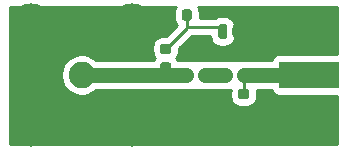
<source format=gtl>
G04 #@! TF.GenerationSoftware,KiCad,Pcbnew,5.1.6+dfsg1-1~bpo9+1*
G04 #@! TF.CreationDate,2022-04-04T20:18:43+02:00*
G04 #@! TF.ProjectId,sdrtrx-bias-t,73647274-7278-42d6-9269-61732d742e6b,rev?*
G04 #@! TF.SameCoordinates,Original*
G04 #@! TF.FileFunction,Copper,L1,Top*
G04 #@! TF.FilePolarity,Positive*
%FSLAX46Y46*%
G04 Gerber Fmt 4.6, Leading zero omitted, Abs format (unit mm)*
G04 Created by KiCad (PCBNEW 5.1.6+dfsg1-1~bpo9+1) date 2022-04-04 20:18:43*
%MOMM*%
%LPD*%
G01*
G04 APERTURE LIST*
G04 #@! TA.AperFunction,ComponentPad*
%ADD10C,3.500000*%
G04 #@! TD*
G04 #@! TA.AperFunction,ComponentPad*
%ADD11C,2.250000*%
G04 #@! TD*
G04 #@! TA.AperFunction,ComponentPad*
%ADD12O,0.800000X1.300000*%
G04 #@! TD*
G04 #@! TA.AperFunction,Conductor*
%ADD13R,0.950000X0.460000*%
G04 #@! TD*
G04 #@! TA.AperFunction,ViaPad*
%ADD14C,0.970000*%
G04 #@! TD*
G04 #@! TA.AperFunction,SMDPad,CuDef*
%ADD15R,5.080000X2.420000*%
G04 #@! TD*
G04 #@! TA.AperFunction,SMDPad,CuDef*
%ADD16R,5.080000X2.290000*%
G04 #@! TD*
G04 #@! TA.AperFunction,Conductor*
%ADD17C,1.270000*%
G04 #@! TD*
G04 #@! TA.AperFunction,Conductor*
%ADD18C,0.254000*%
G04 #@! TD*
G04 #@! TA.AperFunction,Conductor*
%ADD19C,0.508000*%
G04 #@! TD*
G04 APERTURE END LIST*
G04 #@! TA.AperFunction,SMDPad,CuDef*
G36*
G01*
X95219000Y-63629250D02*
X95219000Y-63116750D01*
G75*
G02*
X95437750Y-62898000I218750J0D01*
G01*
X95875250Y-62898000D01*
G75*
G02*
X96094000Y-63116750I0J-218750D01*
G01*
X96094000Y-63629250D01*
G75*
G02*
X95875250Y-63848000I-218750J0D01*
G01*
X95437750Y-63848000D01*
G75*
G02*
X95219000Y-63629250I0J218750D01*
G01*
G37*
G04 #@! TD.AperFunction*
G04 #@! TA.AperFunction,SMDPad,CuDef*
G36*
G01*
X93644000Y-63629250D02*
X93644000Y-63116750D01*
G75*
G02*
X93862750Y-62898000I218750J0D01*
G01*
X94300250Y-62898000D01*
G75*
G02*
X94519000Y-63116750I0J-218750D01*
G01*
X94519000Y-63629250D01*
G75*
G02*
X94300250Y-63848000I-218750J0D01*
G01*
X93862750Y-63848000D01*
G75*
G02*
X93644000Y-63629250I0J218750D01*
G01*
G37*
G04 #@! TD.AperFunction*
G04 #@! TA.AperFunction,SMDPad,CuDef*
G36*
G01*
X100045000Y-68709250D02*
X100045000Y-68196750D01*
G75*
G02*
X100263750Y-67978000I218750J0D01*
G01*
X100701250Y-67978000D01*
G75*
G02*
X100920000Y-68196750I0J-218750D01*
G01*
X100920000Y-68709250D01*
G75*
G02*
X100701250Y-68928000I-218750J0D01*
G01*
X100263750Y-68928000D01*
G75*
G02*
X100045000Y-68709250I0J218750D01*
G01*
G37*
G04 #@! TD.AperFunction*
G04 #@! TA.AperFunction,SMDPad,CuDef*
G36*
G01*
X98470000Y-68709250D02*
X98470000Y-68196750D01*
G75*
G02*
X98688750Y-67978000I218750J0D01*
G01*
X99126250Y-67978000D01*
G75*
G02*
X99345000Y-68196750I0J-218750D01*
G01*
X99345000Y-68709250D01*
G75*
G02*
X99126250Y-68928000I-218750J0D01*
G01*
X98688750Y-68928000D01*
G75*
G02*
X98470000Y-68709250I0J218750D01*
G01*
G37*
G04 #@! TD.AperFunction*
G04 #@! TA.AperFunction,SMDPad,CuDef*
G36*
G01*
X100200750Y-71216000D02*
X100713250Y-71216000D01*
G75*
G02*
X100932000Y-71434750I0J-218750D01*
G01*
X100932000Y-71872250D01*
G75*
G02*
X100713250Y-72091000I-218750J0D01*
G01*
X100200750Y-72091000D01*
G75*
G02*
X99982000Y-71872250I0J218750D01*
G01*
X99982000Y-71434750D01*
G75*
G02*
X100200750Y-71216000I218750J0D01*
G01*
G37*
G04 #@! TD.AperFunction*
G04 #@! TA.AperFunction,SMDPad,CuDef*
G36*
G01*
X100200750Y-69641000D02*
X100713250Y-69641000D01*
G75*
G02*
X100932000Y-69859750I0J-218750D01*
G01*
X100932000Y-70297250D01*
G75*
G02*
X100713250Y-70516000I-218750J0D01*
G01*
X100200750Y-70516000D01*
G75*
G02*
X99982000Y-70297250I0J218750D01*
G01*
X99982000Y-69859750D01*
G75*
G02*
X100200750Y-69641000I218750J0D01*
G01*
G37*
G04 #@! TD.AperFunction*
G04 #@! TA.AperFunction,SMDPad,CuDef*
G36*
G01*
X94109250Y-66680500D02*
X93596750Y-66680500D01*
G75*
G02*
X93378000Y-66461750I0J218750D01*
G01*
X93378000Y-66024250D01*
G75*
G02*
X93596750Y-65805500I218750J0D01*
G01*
X94109250Y-65805500D01*
G75*
G02*
X94328000Y-66024250I0J-218750D01*
G01*
X94328000Y-66461750D01*
G75*
G02*
X94109250Y-66680500I-218750J0D01*
G01*
G37*
G04 #@! TD.AperFunction*
G04 #@! TA.AperFunction,SMDPad,CuDef*
G36*
G01*
X94109250Y-68255500D02*
X93596750Y-68255500D01*
G75*
G02*
X93378000Y-68036750I0J218750D01*
G01*
X93378000Y-67599250D01*
G75*
G02*
X93596750Y-67380500I218750J0D01*
G01*
X94109250Y-67380500D01*
G75*
G02*
X94328000Y-67599250I0J-218750D01*
G01*
X94328000Y-68036750D01*
G75*
G02*
X94109250Y-68255500I-218750J0D01*
G01*
G37*
G04 #@! TD.AperFunction*
D10*
X91041000Y-72753000D03*
X82441000Y-72753000D03*
X82441000Y-64153000D03*
X91041000Y-64153000D03*
D11*
X86741000Y-68453000D03*
D12*
X99929000Y-64770000D03*
G04 #@! TA.AperFunction,ComponentPad*
G36*
G01*
X98279000Y-65220000D02*
X98279000Y-64320000D01*
G75*
G02*
X98479000Y-64120000I200000J0D01*
G01*
X98879000Y-64120000D01*
G75*
G02*
X99079000Y-64320000I0J-200000D01*
G01*
X99079000Y-65220000D01*
G75*
G02*
X98879000Y-65420000I-200000J0D01*
G01*
X98479000Y-65420000D01*
G75*
G02*
X98279000Y-65220000I0J200000D01*
G01*
G37*
G04 #@! TD.AperFunction*
D13*
X102997000Y-64073000D03*
X102997000Y-72833000D03*
D14*
X102547000Y-64073000D03*
X102547000Y-72833000D03*
D15*
X105987000Y-64073000D03*
X105987000Y-72833000D03*
D16*
X105987000Y-68453000D03*
G04 #@! TA.AperFunction,SMDPad,CuDef*
G36*
G01*
X96743000Y-68709250D02*
X96743000Y-68196750D01*
G75*
G02*
X96961750Y-67978000I218750J0D01*
G01*
X97399250Y-67978000D01*
G75*
G02*
X97618000Y-68196750I0J-218750D01*
G01*
X97618000Y-68709250D01*
G75*
G02*
X97399250Y-68928000I-218750J0D01*
G01*
X96961750Y-68928000D01*
G75*
G02*
X96743000Y-68709250I0J218750D01*
G01*
G37*
G04 #@! TD.AperFunction*
G04 #@! TA.AperFunction,SMDPad,CuDef*
G36*
G01*
X95168000Y-68709250D02*
X95168000Y-68196750D01*
G75*
G02*
X95386750Y-67978000I218750J0D01*
G01*
X95824250Y-67978000D01*
G75*
G02*
X96043000Y-68196750I0J-218750D01*
G01*
X96043000Y-68709250D01*
G75*
G02*
X95824250Y-68928000I-218750J0D01*
G01*
X95386750Y-68928000D01*
G75*
G02*
X95168000Y-68709250I0J218750D01*
G01*
G37*
G04 #@! TD.AperFunction*
D17*
X97180500Y-68453000D02*
X98907500Y-68453000D01*
X95605500Y-68453000D02*
X86741000Y-68453000D01*
D18*
X95656500Y-64363500D02*
X95656500Y-63373000D01*
X98272500Y-64363500D02*
X98679000Y-64770000D01*
X95656500Y-64363500D02*
X98272500Y-64363500D01*
X95656500Y-64439500D02*
X93853000Y-66243000D01*
X95656500Y-64363500D02*
X95656500Y-64439500D01*
D19*
X103182000Y-64073000D02*
X101919000Y-64073000D01*
X103182000Y-72833000D02*
X101792000Y-72833000D01*
X91821000Y-63373000D02*
X91041000Y-64153000D01*
X94081500Y-63373000D02*
X91821000Y-63373000D01*
X100612500Y-71653500D02*
X101792000Y-72833000D01*
X100457000Y-71653500D02*
X100612500Y-71653500D01*
D18*
X100482500Y-70053000D02*
X100457000Y-70078500D01*
X100482500Y-68453000D02*
X100482500Y-70053000D01*
D17*
X100482500Y-68453000D02*
X106622000Y-68453000D01*
D18*
G36*
X94646150Y-62788858D02*
G01*
X94597392Y-62949592D01*
X94580928Y-63116750D01*
X94580928Y-63629250D01*
X94597392Y-63796408D01*
X94646150Y-63957142D01*
X94725329Y-64105275D01*
X94809965Y-64208405D01*
X93850942Y-65167428D01*
X93596750Y-65167428D01*
X93429592Y-65183892D01*
X93268858Y-65232650D01*
X93120725Y-65311829D01*
X92990885Y-65418385D01*
X92884329Y-65548225D01*
X92805150Y-65696358D01*
X92756392Y-65857092D01*
X92739928Y-66024250D01*
X92739928Y-66461750D01*
X92756392Y-66628908D01*
X92805150Y-66789642D01*
X92884329Y-66937775D01*
X92960426Y-67030500D01*
X92884329Y-67123225D01*
X92852378Y-67183000D01*
X87960016Y-67183000D01*
X87862935Y-67085919D01*
X87574673Y-66893308D01*
X87254373Y-66760636D01*
X86914345Y-66693000D01*
X86567655Y-66693000D01*
X86227627Y-66760636D01*
X85907327Y-66893308D01*
X85619065Y-67085919D01*
X85373919Y-67331065D01*
X85181308Y-67619327D01*
X85048636Y-67939627D01*
X84981000Y-68279655D01*
X84981000Y-68626345D01*
X85048636Y-68966373D01*
X85181308Y-69286673D01*
X85373919Y-69574935D01*
X85619065Y-69820081D01*
X85907327Y-70012692D01*
X86227627Y-70145364D01*
X86567655Y-70213000D01*
X86914345Y-70213000D01*
X87254373Y-70145364D01*
X87574673Y-70012692D01*
X87862935Y-69820081D01*
X87960016Y-69723000D01*
X99357397Y-69723000D01*
X99343928Y-69859750D01*
X99343928Y-70297250D01*
X99360392Y-70464408D01*
X99409150Y-70625142D01*
X99488329Y-70773275D01*
X99594885Y-70903115D01*
X99724725Y-71009671D01*
X99872858Y-71088850D01*
X100033592Y-71137608D01*
X100200750Y-71154072D01*
X100713250Y-71154072D01*
X100880408Y-71137608D01*
X101041142Y-71088850D01*
X101189275Y-71009671D01*
X101319115Y-70903115D01*
X101425671Y-70773275D01*
X101504850Y-70625142D01*
X101553608Y-70464408D01*
X101570072Y-70297250D01*
X101570072Y-69859750D01*
X101556603Y-69723000D01*
X102821345Y-69723000D01*
X102857498Y-69842180D01*
X102916463Y-69952494D01*
X102995815Y-70049185D01*
X103092506Y-70128537D01*
X103202820Y-70187502D01*
X103322518Y-70223812D01*
X103447000Y-70236072D01*
X108340001Y-70236072D01*
X108340001Y-74340000D01*
X80660000Y-74340000D01*
X80660000Y-62660000D01*
X94715026Y-62660000D01*
X94646150Y-62788858D01*
G37*
X94646150Y-62788858D02*
X94597392Y-62949592D01*
X94580928Y-63116750D01*
X94580928Y-63629250D01*
X94597392Y-63796408D01*
X94646150Y-63957142D01*
X94725329Y-64105275D01*
X94809965Y-64208405D01*
X93850942Y-65167428D01*
X93596750Y-65167428D01*
X93429592Y-65183892D01*
X93268858Y-65232650D01*
X93120725Y-65311829D01*
X92990885Y-65418385D01*
X92884329Y-65548225D01*
X92805150Y-65696358D01*
X92756392Y-65857092D01*
X92739928Y-66024250D01*
X92739928Y-66461750D01*
X92756392Y-66628908D01*
X92805150Y-66789642D01*
X92884329Y-66937775D01*
X92960426Y-67030500D01*
X92884329Y-67123225D01*
X92852378Y-67183000D01*
X87960016Y-67183000D01*
X87862935Y-67085919D01*
X87574673Y-66893308D01*
X87254373Y-66760636D01*
X86914345Y-66693000D01*
X86567655Y-66693000D01*
X86227627Y-66760636D01*
X85907327Y-66893308D01*
X85619065Y-67085919D01*
X85373919Y-67331065D01*
X85181308Y-67619327D01*
X85048636Y-67939627D01*
X84981000Y-68279655D01*
X84981000Y-68626345D01*
X85048636Y-68966373D01*
X85181308Y-69286673D01*
X85373919Y-69574935D01*
X85619065Y-69820081D01*
X85907327Y-70012692D01*
X86227627Y-70145364D01*
X86567655Y-70213000D01*
X86914345Y-70213000D01*
X87254373Y-70145364D01*
X87574673Y-70012692D01*
X87862935Y-69820081D01*
X87960016Y-69723000D01*
X99357397Y-69723000D01*
X99343928Y-69859750D01*
X99343928Y-70297250D01*
X99360392Y-70464408D01*
X99409150Y-70625142D01*
X99488329Y-70773275D01*
X99594885Y-70903115D01*
X99724725Y-71009671D01*
X99872858Y-71088850D01*
X100033592Y-71137608D01*
X100200750Y-71154072D01*
X100713250Y-71154072D01*
X100880408Y-71137608D01*
X101041142Y-71088850D01*
X101189275Y-71009671D01*
X101319115Y-70903115D01*
X101425671Y-70773275D01*
X101504850Y-70625142D01*
X101553608Y-70464408D01*
X101570072Y-70297250D01*
X101570072Y-69859750D01*
X101556603Y-69723000D01*
X102821345Y-69723000D01*
X102857498Y-69842180D01*
X102916463Y-69952494D01*
X102995815Y-70049185D01*
X103092506Y-70128537D01*
X103202820Y-70187502D01*
X103322518Y-70223812D01*
X103447000Y-70236072D01*
X108340001Y-70236072D01*
X108340001Y-74340000D01*
X80660000Y-74340000D01*
X80660000Y-62660000D01*
X94715026Y-62660000D01*
X94646150Y-62788858D01*
G36*
X108340000Y-66669928D02*
G01*
X103447000Y-66669928D01*
X103322518Y-66682188D01*
X103202820Y-66718498D01*
X103092506Y-66777463D01*
X102995815Y-66856815D01*
X102916463Y-66953506D01*
X102857498Y-67063820D01*
X102821345Y-67183000D01*
X94853622Y-67183000D01*
X94821671Y-67123225D01*
X94745574Y-67030500D01*
X94821671Y-66937775D01*
X94900850Y-66789642D01*
X94949608Y-66628908D01*
X94966072Y-66461750D01*
X94966072Y-66207558D01*
X96048131Y-65125500D01*
X97640928Y-65125500D01*
X97640928Y-65220000D01*
X97657031Y-65383500D01*
X97704722Y-65540716D01*
X97782169Y-65685608D01*
X97886394Y-65812606D01*
X98013392Y-65916831D01*
X98158284Y-65994278D01*
X98315500Y-66041969D01*
X98479000Y-66058072D01*
X98879000Y-66058072D01*
X99042500Y-66041969D01*
X99199716Y-65994278D01*
X99344608Y-65916831D01*
X99471606Y-65812606D01*
X99575831Y-65685608D01*
X99653278Y-65540716D01*
X99700969Y-65383500D01*
X99717072Y-65220000D01*
X99717072Y-64320000D01*
X99700969Y-64156500D01*
X99653278Y-63999284D01*
X99575831Y-63854392D01*
X99471606Y-63727394D01*
X99344608Y-63623169D01*
X99199716Y-63545722D01*
X99042500Y-63498031D01*
X98879000Y-63481928D01*
X98479000Y-63481928D01*
X98315500Y-63498031D01*
X98158284Y-63545722D01*
X98053932Y-63601500D01*
X96732072Y-63601500D01*
X96732072Y-63116750D01*
X96715608Y-62949592D01*
X96666850Y-62788858D01*
X96597974Y-62660000D01*
X108340000Y-62660000D01*
X108340000Y-66669928D01*
G37*
X108340000Y-66669928D02*
X103447000Y-66669928D01*
X103322518Y-66682188D01*
X103202820Y-66718498D01*
X103092506Y-66777463D01*
X102995815Y-66856815D01*
X102916463Y-66953506D01*
X102857498Y-67063820D01*
X102821345Y-67183000D01*
X94853622Y-67183000D01*
X94821671Y-67123225D01*
X94745574Y-67030500D01*
X94821671Y-66937775D01*
X94900850Y-66789642D01*
X94949608Y-66628908D01*
X94966072Y-66461750D01*
X94966072Y-66207558D01*
X96048131Y-65125500D01*
X97640928Y-65125500D01*
X97640928Y-65220000D01*
X97657031Y-65383500D01*
X97704722Y-65540716D01*
X97782169Y-65685608D01*
X97886394Y-65812606D01*
X98013392Y-65916831D01*
X98158284Y-65994278D01*
X98315500Y-66041969D01*
X98479000Y-66058072D01*
X98879000Y-66058072D01*
X99042500Y-66041969D01*
X99199716Y-65994278D01*
X99344608Y-65916831D01*
X99471606Y-65812606D01*
X99575831Y-65685608D01*
X99653278Y-65540716D01*
X99700969Y-65383500D01*
X99717072Y-65220000D01*
X99717072Y-64320000D01*
X99700969Y-64156500D01*
X99653278Y-63999284D01*
X99575831Y-63854392D01*
X99471606Y-63727394D01*
X99344608Y-63623169D01*
X99199716Y-63545722D01*
X99042500Y-63498031D01*
X98879000Y-63481928D01*
X98479000Y-63481928D01*
X98315500Y-63498031D01*
X98158284Y-63545722D01*
X98053932Y-63601500D01*
X96732072Y-63601500D01*
X96732072Y-63116750D01*
X96715608Y-62949592D01*
X96666850Y-62788858D01*
X96597974Y-62660000D01*
X108340000Y-62660000D01*
X108340000Y-66669928D01*
M02*

</source>
